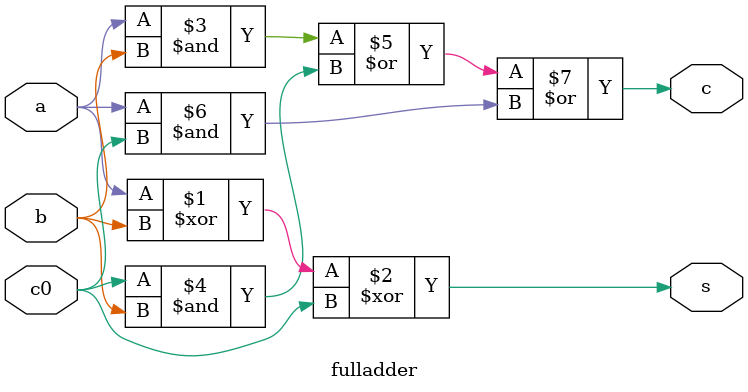
<source format=v>
module fulladder(a,b,s,c,c0);
input a,b,c0;
output s,c;
assign s=a^b^c0;
assign c=(a&b)|(c0&b)|(a&c0);
endmodule
</source>
